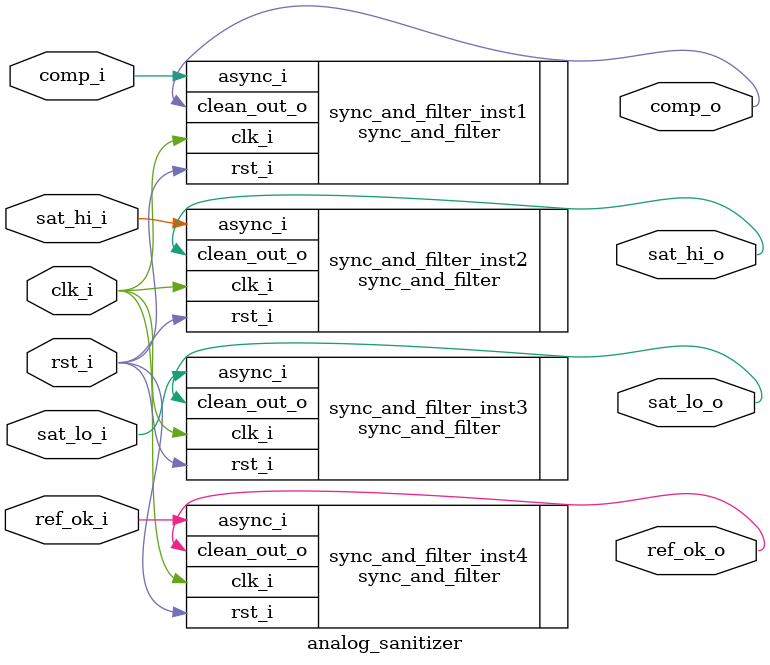
<source format=v>
/*
--------------------------------------------------------------------------------
 Title        : analog_sanitizer
 Project      : 180-voltmeter
 File         : analog_sanitizer.v
 Description  : Analog signal sanitization module that provides metastability
                protection and glitch filtering for all analog status signals
                from the analog front-end. Instantiates multiple sync_and_filter
                modules to condition comparator, saturation, and reference
                ready signals before they enter the digital domain.
 
 Author       : Tristan Wood tdwood2@ncsu.edu
 Created      : 2025-08-13
 License      : See LICENSE in the project root

 Revision History:
   - 0.1 2025-08-13 Tristan Wood Initial implementation with four sync_and_filter instances
--------------------------------------------------------------------------------
*/

module analog_sanitizer (
    input wire clk_i,
    input wire rst_i,
    input wire comp_i,
    input wire sat_hi_i,
    input wire sat_lo_i,
    input wire ref_ok_i,
    output wire comp_o,
    output wire sat_hi_o,
    output wire sat_lo_o,
    output wire ref_ok_o
);

    // ---------------------------------------------------------
    // Signal Sanitization Strategy
    // ---------------------------------------------------------
    // Each analog input signal is processed through a dedicated sync_and_filter
    // module that provides:
    //   1. Two-flop synchronizer to prevent metastability issues
    //   2. Up/down counter with hysteresis for glitch filtering
    //   3. Threshold-based decision making:
    //      - Above HIGH_THRESH (12) = logic 1
    //      - Below LOW_THRESH (3) = logic 0  
    //      - Between thresholds = hysteresis (maintains previous value)
    //      - This prevents oscillation around the threshold levels
    // ---------------------------------------------------------

    sync_and_filter #(
        .CTR_WIDTH(4),
        .HIGH_THRESH(12), 
        .LOW_THRESH(3) 
    ) sync_and_filter_inst1 (
        .clk_i(clk_i),
        .rst_i(rst_i),
        .async_i(comp_i),
        .clean_out_o(comp_o)
    );

    sync_and_filter #(
        .CTR_WIDTH(4),
        .HIGH_THRESH(12),
        .LOW_THRESH(3)
    ) sync_and_filter_inst2 (
        .clk_i(clk_i),
        .rst_i(rst_i),
        .async_i(sat_hi_i),
        .clean_out_o(sat_hi_o)
    );

    sync_and_filter #(
        .CTR_WIDTH(4),
        .HIGH_THRESH(12),
        .LOW_THRESH(3)
    ) sync_and_filter_inst3 (
        .clk_i(clk_i),
        .rst_i(rst_i),
        .async_i(sat_lo_i),
        .clean_out_o(sat_lo_o)
    );

    sync_and_filter #(
        .CTR_WIDTH(4),
        .HIGH_THRESH(12),
        .LOW_THRESH(3)
    ) sync_and_filter_inst4 (
        .clk_i(clk_i),
        .rst_i(rst_i),
        .async_i(ref_ok_i),
        .clean_out_o(ref_ok_o)
    );
endmodule
</source>
